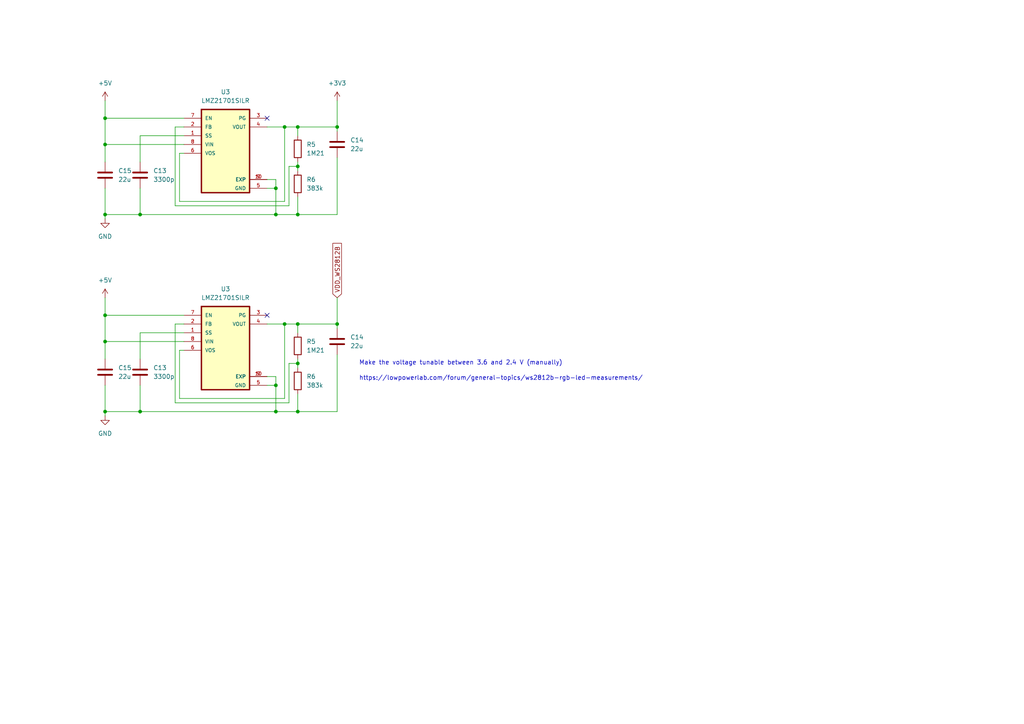
<source format=kicad_sch>
(kicad_sch (version 20230121) (generator eeschema)
  (paper "A4")
  (lib_symbols
    (symbol "Device:C" (pin_numbers hide) (pin_names (offset 0.254))
      (property "Reference" "C" (at 0.635 2.54 0))
      (property "Value" "C" (at 0.635 -2.54 0))
      (symbol "C_0_1"
        (polyline (pts (xy -2.032 -0.762) (xy 2.032 -0.762)) (stroke (width 0.508)))
        (polyline (pts (xy -2.032 0.762) (xy 2.032 0.762)) (stroke (width 0.508)))
      )
      (symbol "C_1_1"
        (pin passive line (at 0 3.81 270) (length 2.794) (name "~") (number "1"))
        (pin passive line (at 0 -3.81 90) (length 2.794) (name "~") (number "2"))
      )
    )
    (symbol "Device:R" (pin_numbers hide) (pin_names (offset 0))
      (property "Reference" "R" (at 2.032 0 90))
      (property "Value" "R" (at 0 0 90))
      (symbol "R_0_1"
        (rectangle (start -1.016 -2.54) (end 1.016 2.54) (stroke (width 0.254)))
      )
      (symbol "R_1_1"
        (pin passive line (at 0 3.81 270) (length 1.27) (name "~") (number "1"))
        (pin passive line (at 0 -3.81 90) (length 1.27) (name "~") (number "2"))
      )
    )
    (symbol "Snapeda:LMZ21701SILR" (pin_names (offset 1.016))
      (property "Reference" "U3" (at -0.635 17.78 0))
      (property "Value" "LMZ21701SILR" (at -0.635 15.24 0))
      (symbol "LMZ21701SILR_0_0"
        (rectangle (start -7.62 12.7) (end 6.35 -11.43) (stroke (width 0.4064)) (fill (type background)))
        (pin input line (at -12.7 5.08 0) (length 5.08) (name "SS") (number "1"))
        (pin power_in line (at 11.43 -7.62 180) (length 5.08) (name "EXP") (number "10"))
        (pin input line (at -12.7 7.62 0) (length 5.08) (name "FB") (number "2"))
        (pin output line (at 11.43 10.16 180) (length 5.08) (name "PG") (number "3"))
        (pin output line (at 11.43 7.62 180) (length 5.08) (name "VOUT") (number "4"))
        (pin power_in line (at 11.43 -10.16 180) (length 5.08) (name "GND") (number "5"))
        (pin input line (at -12.7 0 0) (length 5.08) (name "VOS") (number "6"))
        (pin input line (at -12.7 10.16 0) (length 5.08) (name "EN") (number "7"))
        (pin input line (at -12.7 2.54 0) (length 5.08) (name "VIN") (number "8"))
        (pin power_in line (at 11.43 -7.62 180) (length 5.08) (name "EXP") (number "9"))
      )
    )
    (symbol "power:+3V3" (power) (pin_names (offset 0))
      (property "Value" "+3V3" (at 0 3.556 0))
      (symbol "+3V3_0_1"
        (polyline (pts (xy -0.762 1.27) (xy 0 2.54)))
        (polyline (pts (xy 0 0) (xy 0 2.54)))
        (polyline (pts (xy 0 2.54) (xy 0.762 1.27)))
      )
      (symbol "+3V3_1_1"
        (pin power_in line (at 0 0 90) (length 0) hide (name "+3V3") (number "1"))
      )
    )
    (symbol "power:+5V" (power) (pin_names (offset 0))
      (property "Value" "+5V" (at 0 3.556 0))
      (symbol "+5V_0_1"
        (polyline (pts (xy -0.762 1.27) (xy 0 2.54)))
        (polyline (pts (xy 0 0) (xy 0 2.54)))
        (polyline (pts (xy 0 2.54) (xy 0.762 1.27)))
      )
      (symbol "+5V_1_1"
        (pin power_in line (at 0 0 90) (length 0) hide (name "+5V") (number "1"))
      )
    )
    (symbol "power:GND" (power) (pin_names (offset 0))
      (property "Value" "GND" (at 0 -3.81 0))
      (symbol "GND_0_1"
        (polyline (pts (xy 0 0) (xy 0 -1.27) (xy 1.27 -1.27) (xy 0 -2.54) (xy -1.27 -1.27) (xy 0 -1.27)))
      )
      (symbol "GND_1_1"
        (pin power_in line (at 0 0 270) (length 0) hide (name "GND") (number "1"))
      )
    )
  )
  (junction (at 86.36 36.83))
  (junction (at 30.48 119.38))
  (junction (at 86.36 119.38))
  (junction (at 86.36 62.23))
  (junction (at 30.48 99.06))
  (junction (at 30.48 62.23))
  (junction (at 80.01 62.23))
  (junction (at 86.36 48.26))
  (junction (at 97.79 93.98))
  (junction (at 86.36 105.41))
  (junction (at 82.55 93.98))
  (junction (at 86.36 93.98))
  (junction (at 80.01 54.61))
  (junction (at 82.55 36.83))
  (junction (at 97.79 36.83))
  (junction (at 80.01 111.76))
  (junction (at 30.48 91.44))
  (junction (at 40.64 119.38))
  (junction (at 40.64 62.23))
  (junction (at 80.01 119.38))
  (junction (at 30.48 41.91))
  (junction (at 30.48 34.29))
  (no_connect (at 77.47 34.29))
  (no_connect (at 77.47 91.44))
  (wire (pts (xy 30.48 99.06) (xy 30.48 104.14)))
  (wire (pts (xy 30.48 62.23) (xy 30.48 63.5)))
  (wire (pts (xy 30.48 91.44) (xy 53.34 91.44)))
  (wire (pts (xy 80.01 54.61) (xy 80.01 62.23)))
  (wire (pts (xy 52.07 101.6) (xy 52.07 115.57)))
  (wire (pts (xy 30.48 34.29) (xy 53.34 34.29)))
  (wire (pts (xy 40.64 54.61) (xy 40.64 62.23)))
  (wire (pts (xy 30.48 86.36) (xy 30.48 91.44)))
  (wire (pts (xy 86.36 105.41) (xy 83.82 105.41)))
  (wire (pts (xy 86.36 57.15) (xy 86.36 62.23)))
  (wire (pts (xy 82.55 115.57) (xy 82.55 93.98)))
  (wire (pts (xy 80.01 111.76) (xy 77.47 111.76)))
  (wire (pts (xy 30.48 119.38) (xy 30.48 120.65)))
  (wire (pts (xy 50.8 116.84) (xy 50.8 93.98)))
  (wire (pts (xy 97.79 86.36) (xy 97.79 93.98)))
  (wire (pts (xy 83.82 116.84) (xy 50.8 116.84)))
  (wire (pts (xy 86.36 119.38) (xy 80.01 119.38)))
  (wire (pts (xy 30.48 41.91) (xy 30.48 46.99)))
  (wire (pts (xy 97.79 93.98) (xy 97.79 95.25)))
  (wire (pts (xy 80.01 52.07) (xy 80.01 54.61)))
  (wire (pts (xy 86.36 104.14) (xy 86.36 105.41)))
  (wire (pts (xy 77.47 36.83) (xy 82.55 36.83)))
  (wire (pts (xy 97.79 102.87) (xy 97.79 119.38)))
  (wire (pts (xy 50.8 93.98) (xy 53.34 93.98)))
  (wire (pts (xy 40.64 39.37) (xy 53.34 39.37)))
  (wire (pts (xy 86.36 93.98) (xy 86.36 96.52)))
  (wire (pts (xy 82.55 36.83) (xy 86.36 36.83)))
  (wire (pts (xy 40.64 111.76) (xy 40.64 119.38)))
  (wire (pts (xy 86.36 114.3) (xy 86.36 119.38)))
  (wire (pts (xy 40.64 39.37) (xy 40.64 46.99)))
  (wire (pts (xy 30.48 111.76) (xy 30.48 119.38)))
  (wire (pts (xy 53.34 44.45) (xy 52.07 44.45)))
  (wire (pts (xy 86.36 62.23) (xy 80.01 62.23)))
  (wire (pts (xy 77.47 109.22) (xy 80.01 109.22)))
  (wire (pts (xy 97.79 62.23) (xy 86.36 62.23)))
  (wire (pts (xy 80.01 62.23) (xy 40.64 62.23)))
  (wire (pts (xy 86.36 46.99) (xy 86.36 48.26)))
  (wire (pts (xy 86.36 105.41) (xy 86.36 106.68)))
  (wire (pts (xy 86.36 48.26) (xy 86.36 49.53)))
  (wire (pts (xy 80.01 54.61) (xy 77.47 54.61)))
  (wire (pts (xy 80.01 111.76) (xy 80.01 119.38)))
  (wire (pts (xy 86.36 36.83) (xy 86.36 39.37)))
  (wire (pts (xy 40.64 96.52) (xy 53.34 96.52)))
  (wire (pts (xy 82.55 58.42) (xy 82.55 36.83)))
  (wire (pts (xy 97.79 45.72) (xy 97.79 62.23)))
  (wire (pts (xy 86.36 36.83) (xy 97.79 36.83)))
  (wire (pts (xy 80.01 109.22) (xy 80.01 111.76)))
  (wire (pts (xy 30.48 29.21) (xy 30.48 34.29)))
  (wire (pts (xy 86.36 93.98) (xy 97.79 93.98)))
  (wire (pts (xy 30.48 91.44) (xy 30.48 99.06)))
  (wire (pts (xy 97.79 119.38) (xy 86.36 119.38)))
  (wire (pts (xy 30.48 54.61) (xy 30.48 62.23)))
  (wire (pts (xy 50.8 36.83) (xy 53.34 36.83)))
  (wire (pts (xy 30.48 41.91) (xy 53.34 41.91)))
  (wire (pts (xy 40.64 62.23) (xy 30.48 62.23)))
  (wire (pts (xy 77.47 52.07) (xy 80.01 52.07)))
  (wire (pts (xy 97.79 36.83) (xy 97.79 38.1)))
  (wire (pts (xy 40.64 96.52) (xy 40.64 104.14)))
  (wire (pts (xy 86.36 48.26) (xy 83.82 48.26)))
  (wire (pts (xy 52.07 58.42) (xy 82.55 58.42)))
  (wire (pts (xy 52.07 115.57) (xy 82.55 115.57)))
  (wire (pts (xy 52.07 44.45) (xy 52.07 58.42)))
  (wire (pts (xy 83.82 48.26) (xy 83.82 59.69)))
  (wire (pts (xy 77.47 93.98) (xy 82.55 93.98)))
  (wire (pts (xy 30.48 34.29) (xy 30.48 41.91)))
  (wire (pts (xy 50.8 59.69) (xy 50.8 36.83)))
  (wire (pts (xy 97.79 29.21) (xy 97.79 36.83)))
  (wire (pts (xy 53.34 101.6) (xy 52.07 101.6)))
  (wire (pts (xy 83.82 59.69) (xy 50.8 59.69)))
  (wire (pts (xy 30.48 99.06) (xy 53.34 99.06)))
  (wire (pts (xy 80.01 119.38) (xy 40.64 119.38)))
  (wire (pts (xy 82.55 93.98) (xy 86.36 93.98)))
  (wire (pts (xy 83.82 105.41) (xy 83.82 116.84)))
  (wire (pts (xy 40.64 119.38) (xy 30.48 119.38)))
  (text "https://lowpowerlab.com/forum/general-topics/ws2812b-rgb-led-measurements/" (at 104.14 110.49 0) (effects (font (size 1.27 1.27)) (justify left bottom)))
  (text "Make the voltage tunable between 3.6 and 2.4 V (manually)" (at 104.14 106.045 0) (effects (font (size 1.27 1.27)) (justify left bottom)))
  (global_label "VDD_WS2812B" (shape input) (at 97.79 86.36 90) (property "Intersheetrefs" "${INTERSHEET_REFS}" (effects hide)))
  (symbol (lib_id "Device:C") (at 30.48 107.95 0) (unit 1)
    (property "Reference" "C15" (at 34.29 106.68 0) (effects (justify left)))
    (property "Value" "22u" (at 34.29 109.22 0) (effects (justify left)))
    (property "Footprint" "Capacitor_SMD:C_1206_3216Metric" (effects hide))
    (instances (project "trackinator" (path "" (reference "C15") (unit 1)) (path "" (reference "C30") (unit 1))))
  )
  (symbol (lib_id "Device:R") (at 86.36 100.33 0) (unit 1)
    (property "Reference" "R5" (at 88.9 99.06 0) (effects (justify left)))
    (property "Value" "1M21" (at 88.9 101.6 0) (effects (justify left)))
    (property "Footprint" "Resistor_SMD:R_0402_1005Metric" (effects hide))
    (instances (project "trackinator" (path "" (reference "R5") (unit 1)) (path "" (reference "R11") (unit 1))))
  )
  (symbol (lib_id "power:GND") (at 30.48 63.5 0) (unit 1)
    (property "Reference" "#PWR04" (effects hide))
    (property "Value" "GND" (at 30.48 68.58 0))
    (instances (project "trackinator" (path "" (reference "#PWR04") (unit 1)) (path "" (reference "#PWR013") (unit 1))))
  )
  (symbol (lib_id "power:+3V3") (at 97.79 29.21 0) (unit 1)
    (property "Reference" "#PWR015" (effects hide))
    (property "Value" "+3V3" (at 97.79 24.13 0))
  )
  (symbol (lib_id "Device:C") (at 97.79 99.06 0) (unit 1)
    (property "Reference" "C14" (at 101.6 97.79 0) (effects (justify left)))
    (property "Value" "22u" (at 101.6 100.33 0) (effects (justify left)))
    (property "Footprint" "Capacitor_SMD:C_1206_3216Metric" (effects hide))
    (instances (project "trackinator" (path "" (reference "C14") (unit 1)) (path "" (reference "C32") (unit 1))))
  )
  (symbol (lib_id "Device:C") (at 40.64 50.8 0) (unit 1)
    (property "Reference" "C13" (at 44.45 49.53 0) (effects (justify left)))
    (property "Value" "3300p" (at 44.45 52.07 0) (effects (justify left)))
    (property "Footprint" "Capacitor_SMD:C_0402_1005Metric" (effects hide))
    (instances (project "trackinator" (path "" (reference "C13") (unit 1)) (path "" (reference "C14") (unit 1))))
  )
  (symbol (lib_id "power:+5V") (at 30.48 86.36 0) (unit 1)
    (property "Reference" "#PWR013" (effects hide))
    (property "Value" "+5V" (at 30.48 81.28 0))
    (instances (project "trackinator" (path "" (reference "#PWR013") (unit 1)) (path "" (reference "#PWR032") (unit 1))))
  )
  (symbol (lib_id "power:GND") (at 30.48 120.65 0) (unit 1)
    (property "Reference" "#PWR04" (effects hide))
    (property "Value" "GND" (at 30.48 125.73 0))
    (instances (project "trackinator" (path "" (reference "#PWR04") (unit 1)) (path "" (reference "#PWR033") (unit 1))))
  )
  (symbol (lib_id "Snapeda:LMZ21701SILR") (at 66.04 44.45 0) (unit 1)
    (property "Reference" "U3" (at 65.405 26.67 0))
    (property "Value" "LMZ21701SILR" (at 65.405 29.21 0))
    (property "Footprint" "Snapeda:CONV_TPS82140SILR" (effects hide))
  )
  (symbol (lib_id "Device:C") (at 40.64 107.95 0) (unit 1)
    (property "Reference" "C13" (at 44.45 106.68 0) (effects (justify left)))
    (property "Value" "3300p" (at 44.45 109.22 0) (effects (justify left)))
    (property "Footprint" "Capacitor_SMD:C_0402_1005Metric" (effects hide))
    (instances (project "trackinator" (path "" (reference "C13") (unit 1)) (path "" (reference "C31") (unit 1))))
  )
  (symbol (lib_id "Device:R") (at 86.36 43.18 0) (unit 1)
    (property "Reference" "R5" (at 88.9 41.91 0) (effects (justify left)))
    (property "Value" "1M21" (at 88.9 44.45 0) (effects (justify left)))
    (property "Footprint" "Resistor_SMD:R_0402_1005Metric" (effects hide))
  )
  (symbol (lib_id "Snapeda:LMZ21701SILR") (at 66.04 101.6 0) (unit 1)
    (property "Reference" "U3" (at 65.405 83.82 0))
    (property "Value" "LMZ21701SILR" (at 65.405 86.36 0))
    (property "Footprint" "Snapeda:CONV_TPS82140SILR" (effects hide))
    (instances (project "trackinator" (path "" (reference "U3") (unit 1)) (path "" (reference "U4") (unit 1))))
  )
  (symbol (lib_id "power:+5V") (at 30.48 29.21 0) (unit 1)
    (property "Reference" "#PWR013" (effects hide))
    (property "Value" "+5V" (at 30.48 24.13 0))
    (instances (project "trackinator" (path "" (reference "#PWR013") (unit 1)) (path "" (reference "#PWR04") (unit 1))))
  )
  (symbol (lib_id "Device:C") (at 30.48 50.8 0) (unit 1)
    (property "Reference" "C15" (at 34.29 49.53 0) (effects (justify left)))
    (property "Value" "22u" (at 34.29 52.07 0) (effects (justify left)))
    (property "Footprint" "Capacitor_SMD:C_1206_3216Metric" (effects hide))
    (instances (project "trackinator" (path "" (reference "C15") (unit 1)) (path "" (reference "C13") (unit 1))))
  )
  (symbol (lib_id "Device:C") (at 97.79 41.91 0) (unit 1)
    (property "Reference" "C14" (at 101.6 40.64 0) (effects (justify left)))
    (property "Value" "22u" (at 101.6 43.18 0) (effects (justify left)))
    (property "Footprint" "Capacitor_SMD:C_1206_3216Metric" (effects hide))
    (instances (project "trackinator" (path "" (reference "C14") (unit 1)) (path "" (reference "C15") (unit 1))))
  )
  (symbol (lib_id "Device:R") (at 86.36 53.34 0) (unit 1)
    (property "Reference" "R6" (at 88.9 52.07 0) (effects (justify left)))
    (property "Value" "383k" (at 88.9 54.61 0) (effects (justify left)))
    (property "Footprint" "Resistor_SMD:R_0402_1005Metric" (effects hide))
  )
  (symbol (lib_id "Device:R") (at 86.36 110.49 0) (unit 1)
    (property "Reference" "R6" (at 88.9 109.22 0) (effects (justify left)))
    (property "Value" "383k" (at 88.9 111.76 0) (effects (justify left)))
    (property "Footprint" "Resistor_SMD:R_0402_1005Metric" (effects hide))
    (instances (project "trackinator" (path "" (reference "R6") (unit 1)) (path "" (reference "R26") (unit 1))))
  )
)
</source>
